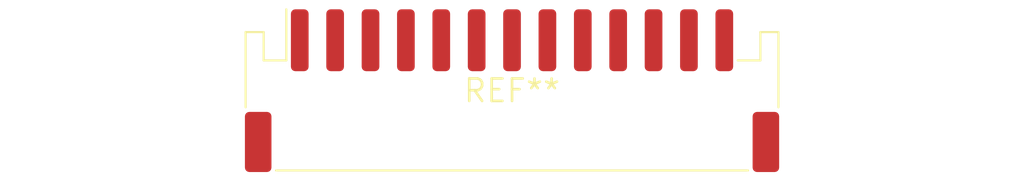
<source format=kicad_pcb>
(kicad_pcb (version 20240108) (generator pcbnew)
  (layers (0 "F.Cu" signal) (31 "B.Cu" signal) (34 "B.Paste" user) (35 "F.Paste" user) (36 "B.SilkS" user "B.Silkscreen") (37 "F.SilkS" user "F.Silkscreen") (38 "B.Mask" user) (39 "F.Mask" user) (44 "Edge.Cuts" user))
  (net 0 "")
  (footprint "JST_PH_S13B-PH-SM4-TB_1x13-1MP_P2.00mm_Horizontal" (layer "F.Cu") (at 0 0)
    (property "Reference" "REF**")
    (property "Value" "JST_PH_S13B-PH-SM4-TB_1x13-1MP_P2.00mm_Horizontal")
    (fp_line (start -15.06 -3.31) (end -14.04 -3.31) (layer "F.SilkS") (stroke (width 0.12)))
    (fp_line (start -15.06 0.94) (end -15.06 -3.31) (layer "F.SilkS") (stroke (width 0.12)))
    (fp_line (start -14.04 -3.31) (end -14.04 -1.71) (layer "F.SilkS") (stroke (width 0.12)))
    (fp_line (start -14.04 -1.71) (end -12.76 -1.71) (layer "F.SilkS") (stroke (width 0.12)))
    (fp_line (start -13.34 4.51) (end 13.34 4.51) (layer "F.SilkS") (stroke (width 0.12)))
    (fp_line (start -12.76 -1.71) (end -12.76 -4.6) (layer "F.SilkS") (stroke (width 0.12)))
    (fp_line (start 14.04 -3.31) (end 14.04 -1.71) (layer "F.SilkS") (stroke (width 0.12)))
    (fp_line (start 14.04 -1.71) (end 12.76 -1.71) (layer "F.SilkS") (stroke (width 0.12)))
    (fp_line (start 15.06 -3.31) (end 14.04 -3.31) (layer "F.SilkS") (stroke (width 0.12)))
    (fp_line (start 15.06 0.94) (end 15.06 -3.31) (layer "F.SilkS") (stroke (width 0.12)))
    (pad "1" smd roundrect (at -12 -2.85) (size 1 3.5) (layers "F.Cu" "F.Paste" "F.Mask"))
    (pad "2" smd roundrect (at -10 -2.85) (size 1 3.5) (layers "F.Cu" "F.Paste" "F.Mask"))
    (pad "3" smd roundrect (at -8 -2.85) (size 1 3.5) (layers "F.Cu" "F.Paste" "F.Mask"))
    (pad "4" smd roundrect (at -6 -2.85) (size 1 3.5) (layers "F.Cu" "F.Paste" "F.Mask"))
    (pad "5" smd roundrect (at -4 -2.85) (size 1 3.5) (layers "F.Cu" "F.Paste" "F.Mask"))
    (pad "6" smd roundrect (at -2 -2.85) (size 1 3.5) (layers "F.Cu" "F.Paste" "F.Mask"))
    (pad "7" smd roundrect (at 0 -2.85) (size 1 3.5) (layers "F.Cu" "F.Paste" "F.Mask"))
    (pad "8" smd roundrect (at 2 -2.85) (size 1 3.5) (layers "F.Cu" "F.Paste" "F.Mask"))
    (pad "9" smd roundrect (at 4 -2.85) (size 1 3.5) (layers "F.Cu" "F.Paste" "F.Mask"))
    (pad "10" smd roundrect (at 6 -2.85) (size 1 3.5) (layers "F.Cu" "F.Paste" "F.Mask"))
    (pad "11" smd roundrect (at 8 -2.85) (size 1 3.5) (layers "F.Cu" "F.Paste" "F.Mask"))
    (pad "12" smd roundrect (at 10 -2.85) (size 1 3.5) (layers "F.Cu" "F.Paste" "F.Mask"))
    (pad "13" smd roundrect (at 12 -2.85) (size 1 3.5) (layers "F.Cu" "F.Paste" "F.Mask"))
    (pad "MP" smd roundrect (at -14.35 2.9) (size 1.5 3.4) (layers "F.Cu" "F.Paste" "F.Mask") (roundrect_rratio 0.166667))
    (pad "MP" smd roundrect (at 14.35 2.9) (size 1.5 3.4) (layers "F.Cu" "F.Paste" "F.Mask") (roundrect_rratio 0.166667))
  )
)
</source>
